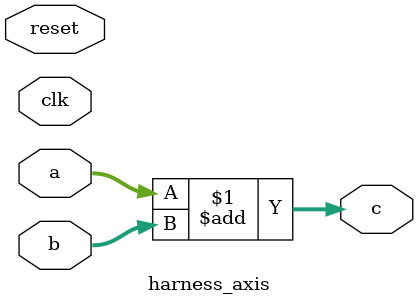
<source format=v>

module harness_axis (
    input clk,
    input reset,
    input [3:0] a,
    input [3:0] b,
    output [4:0] c
    );

assign c = a + b;

endmodule

</source>
